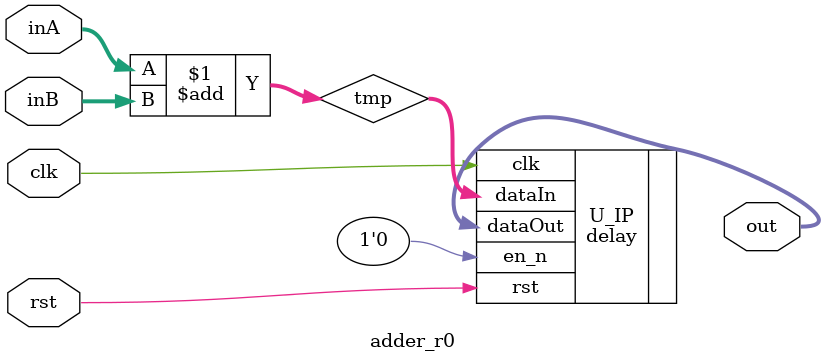
<source format=v>
/*
DESCRIPTION

NOTES

TODO

*/

module adder_r0 #(
	parameter BIT_WIDTH = 31,
	parameter DELAY = 0
)(
	input clk,
	input rst,
	input [BIT_WIDTH-1:0] inA,
	input [BIT_WIDTH-1:0] inB,
	output [BIT_WIDTH:0] out
);

/**********
 * Internal Signals
**********/

wire [BIT_WIDTH:0] tmp;

/**********
 * Glue Logic 
 **********/
 
 assign tmp = inA + inB;
 
/**********
 * Synchronous Logic
 **********/
 

/**********
 * Glue Logic 
 **********/
/**********
 * Components
 **********/
 
  	delay #(
		.BIT_WIDTH(BIT_WIDTH+1),
		.DEPTH(1),
		.DELAY(DELAY)
	)U_IP(
		.clk(clk),
		.rst(rst),
		.en_n(1'b0),
		.dataIn(tmp),
		.dataOut(out)
	);
 
/**********
 * Output Combinatorial Logic
 **********/
 
endmodule

</source>
